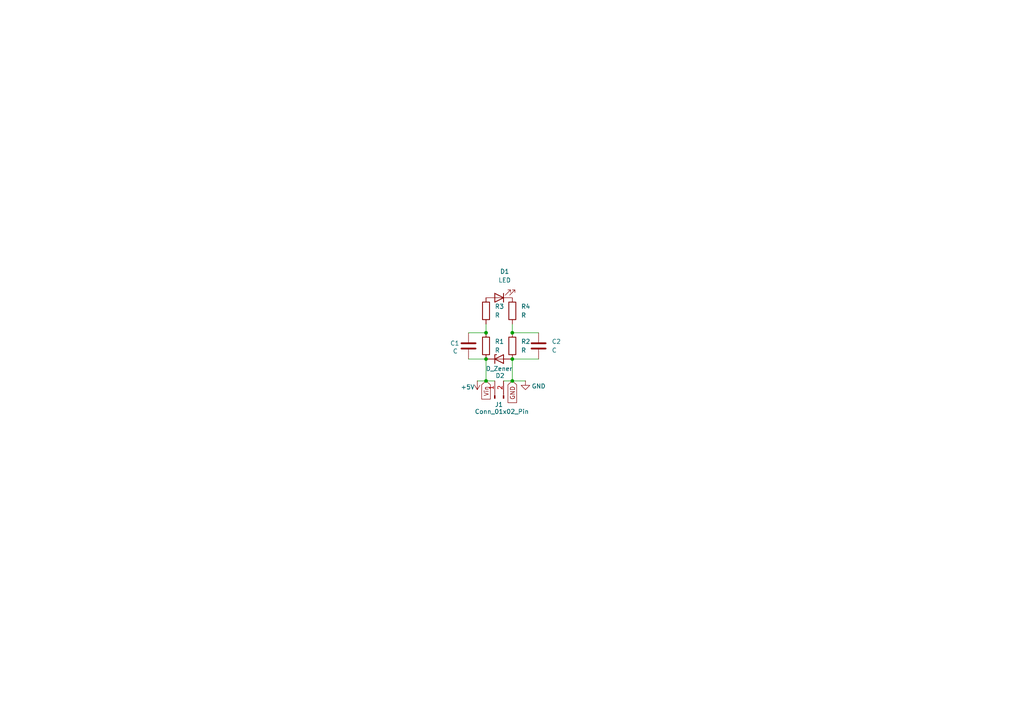
<source format=kicad_sch>
(kicad_sch (version 20250114) (generator "eeschema") (generator_version "9.0")
  (paper "A4")
  (title_block (title "Modulo Led") (date "2025-07-07") (rev "1") (company "Falp Labs"))
  (lib_symbols
    (symbol "Connector:Conn_01x02_Pin" (pin_names (offset 1.016) (hide yes))
      (property "Reference" "J" (at 0 2.54 0))
      (property "Value" "Conn_01x02_Pin" (at 0 -5.08 0))
      (symbol "Conn_01x02_Pin_1_1"
        (rectangle (start 0.8636 0.127) (end 0 -0.127) (stroke (width 0.1524)) (fill (type outline)))
        (rectangle (start 0.8636 -2.413) (end 0 -2.667) (stroke (width 0.1524)) (fill (type outline)))
        (polyline (pts (xy 1.27 0) (xy 0.8636 0)) (stroke (width 0.1524)))
        (polyline (pts (xy 1.27 -2.54) (xy 0.8636 -2.54)) (stroke (width 0.1524)))
        (pin passive line (at 5.08 0 180) (length 3.81) (name "Pin_1") (number "1"))
        (pin passive line (at 5.08 -2.54 180) (length 3.81) (name "Pin_2") (number "2"))
      )
    )
    (symbol "Device:C" (pin_numbers (hide yes)) (pin_names (offset 0.254))
      (property "Reference" "C" (at 0.635 2.54 0))
      (property "Value" "C" (at 0.635 -2.54 0))
      (symbol "C_0_1"
        (polyline (pts (xy -2.032 0.762) (xy 2.032 0.762)) (stroke (width 0.508)))
        (polyline (pts (xy -2.032 -0.762) (xy 2.032 -0.762)) (stroke (width 0.508)))
      )
      (symbol "C_1_1"
        (pin passive line (at 0 3.81 270) (length 2.794) (name "~") (number "1"))
        (pin passive line (at 0 -3.81 90) (length 2.794) (name "~") (number "2"))
      )
    )
    (symbol "Device:D_Zener" (pin_numbers (hide yes)) (pin_names (offset 1.016) (hide yes))
      (property "Reference" "D" (at 0 2.54 0))
      (property "Value" "D_Zener" (at 0 -2.54 0))
      (symbol "D_Zener_0_1"
        (polyline (pts (xy -1.27 -1.27) (xy -1.27 1.27) (xy -0.762 1.27)) (stroke (width 0.254)))
        (polyline (pts (xy 1.27 0) (xy -1.27 0)))
        (polyline (pts (xy 1.27 -1.27) (xy 1.27 1.27) (xy -1.27 0) (xy 1.27 -1.27)) (stroke (width 0.254)))
      )
      (symbol "D_Zener_1_1"
        (pin passive line (at -3.81 0 0) (length 2.54) (name "K") (number "1"))
        (pin passive line (at 3.81 0 180) (length 2.54) (name "A") (number "2"))
      )
    )
    (symbol "Device:LED" (pin_numbers (hide yes)) (pin_names (offset 1.016) (hide yes))
      (property "Reference" "D" (at 0 2.54 0))
      (property "Value" "LED" (at 0 -2.54 0))
      (symbol "LED_0_1"
        (polyline (pts (xy -3.048 -0.762) (xy -4.572 -2.286) (xy -3.81 -2.286) (xy -4.572 -2.286) (xy -4.572 -1.524)))
        (polyline (pts (xy -1.778 -0.762) (xy -3.302 -2.286) (xy -2.54 -2.286) (xy -3.302 -2.286) (xy -3.302 -1.524)))
        (polyline (pts (xy -1.27 0) (xy 1.27 0)))
        (polyline (pts (xy -1.27 -1.27) (xy -1.27 1.27)) (stroke (width 0.254)))
        (polyline (pts (xy 1.27 -1.27) (xy 1.27 1.27) (xy -1.27 0) (xy 1.27 -1.27)) (stroke (width 0.254)))
      )
      (symbol "LED_1_1"
        (pin passive line (at -3.81 0 0) (length 2.54) (name "K") (number "1"))
        (pin passive line (at 3.81 0 180) (length 2.54) (name "A") (number "2"))
      )
    )
    (symbol "Device:R" (pin_numbers (hide yes)) (pin_names (offset 0))
      (property "Reference" "R" (at 2.032 0 90))
      (property "Value" "R" (at 0 0 90))
      (symbol "R_0_1"
        (rectangle (start -1.016 -2.54) (end 1.016 2.54) (stroke (width 0.254)))
      )
      (symbol "R_1_1"
        (pin passive line (at 0 3.81 270) (length 1.27) (name "~") (number "1"))
        (pin passive line (at 0 -3.81 90) (length 1.27) (name "~") (number "2"))
      )
    )
    (symbol "power:+5V" (power) (pin_numbers (hide yes)) (pin_names (offset 0) (hide yes))
      (property "Value" "+5V" (at 0 3.556 0))
      (symbol "+5V_0_1"
        (polyline (pts (xy -0.762 1.27) (xy 0 2.54)))
        (polyline (pts (xy 0 2.54) (xy 0.762 1.27)))
        (polyline (pts (xy 0 0) (xy 0 2.54)))
      )
      (symbol "+5V_1_1"
        (pin power_in line (at 0 0 90) (length 0) (name "~") (number "1"))
      )
    )
    (symbol "power:GND" (power) (pin_numbers (hide yes)) (pin_names (offset 0) (hide yes))
      (property "Value" "GND" (at 0 -3.81 0))
      (symbol "GND_0_1"
        (polyline (pts (xy 0 0) (xy 0 -1.27) (xy 1.27 -1.27) (xy 0 -2.54) (xy -1.27 -1.27) (xy 0 -1.27)))
      )
      (symbol "GND_1_1"
        (pin power_in line (at 0 0 270) (length 0) (name "~") (number "1"))
      )
    )
  )
  (junction (at 140.97 110.49))
  (junction (at 148.59 104.14))
  (junction (at 140.97 96.52))
  (junction (at 148.59 110.49))
  (junction (at 140.97 104.14))
  (junction (at 148.59 96.52))
  (wire (pts (xy 140.97 104.14) (xy 140.97 110.49)))
  (wire (pts (xy 148.59 96.52) (xy 156.21 96.52)))
  (wire (pts (xy 146.05 110.49) (xy 148.59 110.49)))
  (wire (pts (xy 148.59 104.14) (xy 156.21 104.14)))
  (wire (pts (xy 148.59 110.49) (xy 152.4 110.49)))
  (wire (pts (xy 135.89 104.14) (xy 140.97 104.14)))
  (wire (pts (xy 140.97 93.98) (xy 140.97 96.52)))
  (wire (pts (xy 148.59 104.14) (xy 148.59 110.49)))
  (wire (pts (xy 135.89 96.52) (xy 140.97 96.52)))
  (wire (pts (xy 148.59 93.98) (xy 148.59 96.52)))
  (wire (pts (xy 140.97 110.49) (xy 143.51 110.49)))
  (wire (pts (xy 138.43 110.49) (xy 140.97 110.49)))
  (global_label "GND" (shape input) (at 148.59 110.49 270) (property "Intersheetrefs" "${INTERSHEET_REFS}" (effects (hide yes))))
  (global_label "Vin" (shape input) (at 140.97 110.49 270) (property "Intersheetrefs" "${INTERSHEET_REFS}" (effects (hide yes))))
  (symbol (lib_id "Device:R") (at 140.97 100.33 0) (unit 1)
    (property "Reference" "R1" (at 143.51 99.0599 0) (effects (justify left)))
    (property "Value" "R" (at 143.51 101.5999 0) (effects (justify left)))
    (property "Footprint" "Resistor_SMD:R_0201_0603Metric" (effects (hide yes)))
    (property "Description" "Resistor" (effects (hide yes)))
  )
  (symbol (lib_id "Device:C") (at 156.21 100.33 0) (unit 1)
    (property "Reference" "C2" (at 160.02 99.0599 0) (effects (justify left)))
    (property "Value" "C" (at 160.02 101.5999 0) (effects (justify left)))
    (property "Footprint" "Capacitor_SMD:C_0603_1608Metric" (effects (hide yes)))
    (property "Description" "Unpolarized capacitor" (effects (hide yes)))
  )
  (symbol (lib_id "Device:R") (at 140.97 90.17 0) (unit 1)
    (property "Reference" "R3" (at 143.51 88.8999 0) (effects (justify left)))
    (property "Value" "R" (at 143.51 91.4399 0) (effects (justify left)))
    (property "Footprint" "Resistor_SMD:R_0201_0603Metric" (effects (hide yes)))
    (property "Description" "Resistor" (effects (hide yes)))
  )
  (symbol (lib_id "Device:R") (at 148.59 100.33 0) (unit 1)
    (property "Reference" "R2" (at 151.13 99.0599 0) (effects (justify left)))
    (property "Value" "R" (at 151.13 101.5999 0) (effects (justify left)))
    (property "Footprint" "Resistor_SMD:R_0201_0603Metric" (effects (hide yes)))
    (property "Description" "Resistor" (effects (hide yes)))
  )
  (symbol (lib_id "Device:D_Zener") (at 144.78 104.14 0) (unit 1)
    (property "Reference" "D2" (at 145.034 108.966 0))
    (property "Value" "D_Zener" (at 144.78 106.934 0))
    (property "Footprint" "Diode_SMD:D_0603_1608Metric" (effects (hide yes)))
    (property "Description" "Zener diode" (effects (hide yes)))
  )
  (symbol (lib_id "Device:C") (at 135.89 100.33 0) (unit 1)
    (property "Reference" "C1" (at 130.556 99.568 0) (effects (justify left)))
    (property "Value" "C" (at 131.318 101.854 0) (effects (justify left)))
    (property "Footprint" "Capacitor_SMD:C_0603_1608Metric" (effects (hide yes)))
    (property "Description" "Unpolarized capacitor" (effects (hide yes)))
  )
  (symbol (lib_id "Device:LED") (at 144.78 86.36 180) (unit 1)
    (property "Reference" "D1" (at 146.3675 78.74 0))
    (property "Value" "LED" (at 146.3675 81.28 0))
    (property "Footprint" "LED_SMD:LED_0201_0603Metric" (effects (hide yes)))
    (property "Description" "Light emitting diode" (effects (hide yes)))
    (property "Sim.Pins" "1=K 2=A" (effects (hide yes)))
  )
  (symbol (lib_id "Device:R") (at 148.59 90.17 0) (unit 1)
    (property "Reference" "R4" (at 151.13 88.8999 0) (effects (justify left)))
    (property "Value" "R" (at 151.13 91.4399 0) (effects (justify left)))
    (property "Footprint" "Resistor_SMD:R_0201_0603Metric" (effects (hide yes)))
    (property "Description" "Resistor" (effects (hide yes)))
  )
  (symbol (lib_id "power:GND") (at 152.4 110.49 0) (unit 1)
    (property "Reference" "#PWR02" (effects (hide yes)))
    (property "Value" "GND" (at 154.178 112.014 0) (effects (justify left)))
    (property "Description" "Power symbol creates a global label with name \"GND\" , ground" (effects (hide yes)))
  )
  (symbol (lib_id "Connector:Conn_01x02_Pin") (at 143.51 115.57 90) (unit 1)
    (property "Reference" "J1" (at 143.51 117.348 90) (effects (justify right)))
    (property "Value" "Conn_01x02_Pin" (at 137.668 119.38 90) (effects (justify right)))
    (property "Footprint" "Connector_PinHeader_1.00mm:PinHeader_1x02_P1.00mm_Vertical" (effects (hide yes)))
    (property "Description" "Generic connector, single row, 01x02, script generated" (effects (hide yes)))
  )
  (symbol (lib_id "power:+5V") (at 138.43 110.49 180) (unit 1)
    (property "Reference" "#PWR01" (effects (hide yes)))
    (property "Value" "+5V" (at 133.604 112.268 0) (effects (justify right)))
    (property "Description" "Power symbol creates a global label with name \"+5V\"" (effects (hide yes)))
  )
)
</source>
